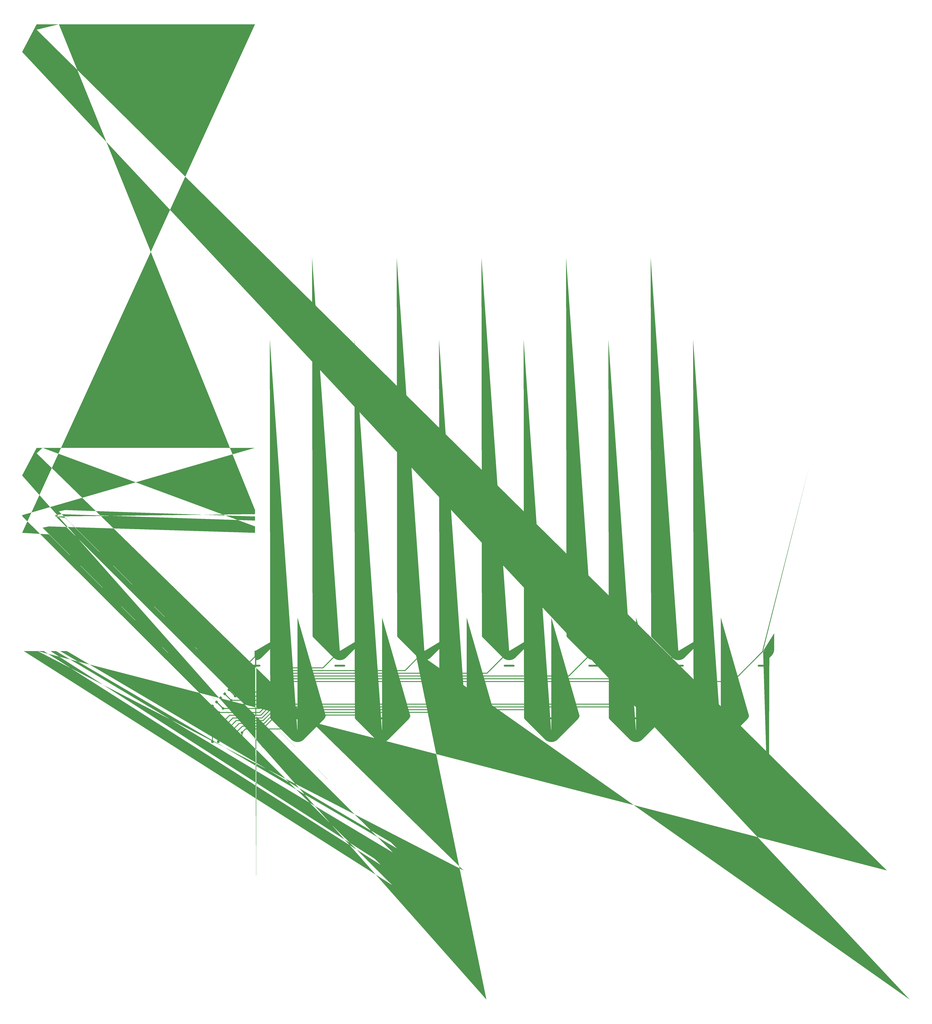
<source format=gtl>
G04 #@! TF.GenerationSoftware,KiCad,Pcbnew,7.0.7*
G04 #@! TF.CreationDate,2023-09-19T02:58:36+01:00*
G04 #@! TF.ProjectId,segment-stagx,7365676d-656e-4742-9d73-746167782e6b,rev?*
G04 #@! TF.SameCoordinates,Original*
G04 #@! TF.FileFunction,Copper,L1,Top*
G04 #@! TF.FilePolarity,Positive*
%FSLAX46Y46*%
G04 Gerber Fmt 4.6, Leading zero omitted, Abs format (unit mm)*
G04 Created by KiCad (PCBNEW 7.0.7) date 2023-09-19 02:58:36*
%MOMM*%
%LPD*%
G01*
G04 APERTURE LIST*
G04 Aperture macros list*
%AMRoundRect*
0 Rectangle with rounded corners*
0 $1 Rounding radius*
0 $2 $3 $4 $5 $6 $7 $8 $9 X,Y pos of 4 corners*
0 Add a 4 corners polygon primitive as box body*
4,1,4,$2,$3,$4,$5,$6,$7,$8,$9,$2,$3,0*
0 Add four circle primitives for the rounded corners*
1,1,$1+$1,$2,$3*
1,1,$1+$1,$4,$5*
1,1,$1+$1,$6,$7*
1,1,$1+$1,$8,$9*
0 Add four rect primitives between the rounded corners*
20,1,$1+$1,$2,$3,$4,$5,0*
20,1,$1+$1,$4,$5,$6,$7,0*
20,1,$1+$1,$6,$7,$8,$9,0*
20,1,$1+$1,$8,$9,$2,$3,0*%
%AMFreePoly0*
4,1,55,15.560341,9.376199,15.413388,8.939055,15.226804,8.517302,15.002173,8.114523,14.741404,7.734141,14.446715,7.379391,14.285534,7.214466,3.535534,-3.535534,3.379560,-3.688143,3.148643,-3.881903,3.117449,-3.909157,3.107871,-3.916115,3.045257,-3.968656,2.777643,-4.156040,2.754485,-4.172866,2.748546,-4.176414,2.687778,-4.218966,2.377496,-4.398106,2.369343,-4.402978,2.367631,-4.403802,
2.309843,-4.437167,1.914329,-4.621598,1.504245,-4.770856,1.082714,-4.883805,0.652942,-4.959585,0.218201,-4.997620,-0.218201,-4.997620,-0.652942,-4.959585,-1.082714,-4.883805,-1.504245,-4.770856,-1.914329,-4.621598,-2.309843,-4.437167,-2.367631,-4.403802,-2.369343,-4.402978,-2.377496,-4.398106,-2.687778,-4.218966,-2.748546,-4.176414,-2.754485,-4.172866,-2.777643,-4.156040,-3.045257,-3.968656,
-3.107871,-3.916115,-3.117449,-3.909157,-3.148643,-3.881903,-3.379560,-3.688143,-3.535534,-3.535534,-14.285534,7.214466,-14.446715,7.379391,-14.741404,7.734142,-15.002172,8.114523,-15.226803,8.517302,-15.413388,8.939055,-15.560340,9.376199,-15.615953,9.600000,15.615953,9.600000,15.560341,9.376199,15.560341,9.376199,$1*%
%AMFreePoly1*
4,1,129,6.015063,9.695106,6.030902,9.695106,6.043715,9.685796,6.058779,9.680902,6.068088,9.668088,6.080902,9.658779,6.085796,9.643715,6.095106,9.630902,6.095106,9.615062,6.100000,9.600000,6.100000,1.000000,6.099823,0.999455,6.099994,0.998909,6.097614,0.780708,6.096346,0.776948,6.097239,0.773084,6.059204,0.338342,6.057435,0.334176,6.058066,0.329693,5.982286,-0.100079,
5.980161,-0.104075,5.980398,-0.108596,5.867449,-0.530127,5.864983,-0.533924,5.864825,-0.538447,5.715567,-0.948531,5.712780,-0.952097,5.712229,-0.956591,5.527798,-1.352105,5.524711,-1.355415,5.523770,-1.359843,5.305569,-1.737778,5.302204,-1.740807,5.300881,-1.745135,5.050571,-2.102615,5.046955,-2.105339,5.045260,-2.109536,4.764748,-2.443839,4.761382,-2.445942,4.759620,-2.449496,
4.607012,-2.605469,4.606504,-2.605734,4.606245,-2.606244,3.606245,-3.606245,3.605734,-3.606505,3.605469,-3.607012,3.449495,-3.759621,3.445941,-3.761382,3.443839,-3.764748,3.109536,-4.045261,3.105338,-4.046956,3.102615,-4.050571,2.745136,-4.300881,2.740806,-4.302204,2.737778,-4.305568,2.359843,-4.523770,2.355413,-4.524711,2.352104,-4.527798,1.956591,-4.712229,1.952097,-4.712780,
1.948531,-4.715567,1.538447,-4.864825,1.533924,-4.864983,1.530127,-4.867449,1.108596,-4.980398,1.104075,-4.980161,1.100079,-4.982286,0.670307,-5.058066,0.665823,-5.057435,0.661658,-5.059204,0.226917,-5.097239,0.222506,-5.096220,0.218201,-5.097620,-0.218201,-5.097620,-0.222506,-5.096221,-0.226916,-5.097239,-0.661658,-5.059204,-0.665823,-5.057435,-0.670307,-5.058066,-1.100079,-4.982286,
-1.104075,-4.980161,-1.108596,-4.980398,-1.530127,-4.867449,-1.533924,-4.864983,-1.538447,-4.864825,-1.948531,-4.715567,-1.952097,-4.712780,-1.956591,-4.712229,-2.352105,-4.527798,-2.355415,-4.524711,-2.359843,-4.523770,-2.737778,-4.305569,-2.740807,-4.302204,-2.745135,-4.300881,-3.102615,-4.050571,-3.105339,-4.046955,-3.109536,-4.045260,-3.443839,-3.764748,-3.445942,-3.761382,-3.449496,-3.759620,
-3.605469,-3.607012,-3.605734,-3.606504,-3.606244,-3.606245,-16.106245,8.893755,-16.106490,8.894237,-16.106970,8.894488,-16.252790,9.043345,-16.254478,9.046744,-16.257705,9.048743,-16.526831,9.366925,-16.528267,9.370439,-16.531340,9.372669,-16.653942,9.541164,-16.658857,9.556255,-16.668188,9.569098,-16.668188,9.584903,-16.673082,9.599929,-16.668188,9.615028,-16.668188,9.630902,-16.658898,9.643687,
-16.654026,9.658721,-16.641191,9.668059,-16.631861,9.680902,-16.616829,9.685785,-16.604051,9.695084,-16.588177,9.695095,-16.573082,9.700000,6.000000,9.700000,6.015063,9.695106,6.015063,9.695106,$1*%
%AMFreePoly2*
4,1,129,16.588176,9.695095,16.604052,9.695084,16.616831,9.685785,16.631861,9.680902,16.641191,9.668060,16.654026,9.658721,16.658899,9.643687,16.668188,9.630902,16.668188,9.615030,16.673083,9.599929,16.668188,9.584900,16.668188,9.569098,16.658857,9.556256,16.653942,9.541164,16.531338,9.372669,16.528265,9.370440,16.526830,9.366927,16.257704,9.048744,16.254477,9.046745,16.252789,9.043346,
16.106970,8.894488,16.106490,8.894237,16.106245,8.893756,3.606245,-3.606245,3.605734,-3.606505,3.605469,-3.607012,3.449495,-3.759621,3.445941,-3.761382,3.443839,-3.764748,3.109536,-4.045261,3.105338,-4.046956,3.102615,-4.050571,2.745136,-4.300881,2.740806,-4.302204,2.737778,-4.305568,2.359843,-4.523770,2.355413,-4.524711,2.352104,-4.527798,1.956591,-4.712229,1.952097,-4.712780,
1.948531,-4.715567,1.538447,-4.864825,1.533924,-4.864983,1.530127,-4.867449,1.108596,-4.980398,1.104075,-4.980161,1.100079,-4.982286,0.670307,-5.058066,0.665823,-5.057435,0.661658,-5.059204,0.226917,-5.097239,0.222506,-5.096220,0.218201,-5.097620,-0.218201,-5.097620,-0.222506,-5.096221,-0.226916,-5.097239,-0.661658,-5.059204,-0.665823,-5.057435,-0.670307,-5.058066,-1.100079,-4.982286,
-1.104075,-4.980161,-1.108596,-4.980398,-1.530127,-4.867449,-1.533924,-4.864983,-1.538447,-4.864825,-1.948531,-4.715567,-1.952097,-4.712780,-1.956591,-4.712229,-2.352105,-4.527798,-2.355415,-4.524711,-2.359843,-4.523770,-2.737778,-4.305569,-2.740807,-4.302204,-2.745135,-4.300881,-3.102615,-4.050571,-3.105339,-4.046955,-3.109536,-4.045260,-3.443839,-3.764748,-3.445942,-3.761382,-3.449496,-3.759620,
-3.605469,-3.607012,-3.605734,-3.606504,-3.606244,-3.606245,-4.606245,-2.606245,-4.606497,-2.605749,-4.606990,-2.605492,-4.759649,-2.449564,-4.761420,-2.445995,-4.764797,-2.443885,-5.045315,-2.109577,-5.047011,-2.105378,-5.050625,-2.102655,-5.300938,-1.745172,-5.302261,-1.740842,-5.305625,-1.737814,-5.523830,-1.359874,-5.524771,-1.355446,-5.527858,-1.352136,-5.712292,-0.956617,-5.712843,-0.952123,
-5.715630,-0.948557,-5.864890,-0.538468,-5.865048,-0.533945,-5.867514,-0.530148,-5.980465,-0.108610,-5.980228,-0.104089,-5.982353,-0.100093,-6.058134,0.329684,-6.057503,0.334167,-6.059272,0.338333,-6.097307,0.773081,-6.096411,0.776961,-6.097682,0.780737,-6.099994,0.998941,-6.099828,0.999470,-6.100000,1.000000,-6.100000,9.600000,-6.095106,9.615062,-6.095106,9.630902,-6.085796,9.643715,
-6.080902,9.658779,-6.068088,9.668088,-6.058779,9.680902,-6.043715,9.685796,-6.030902,9.695106,-6.015063,9.695106,-6.000000,9.700000,16.573082,9.700000,16.588176,9.695095,16.588176,9.695095,$1*%
G04 Aperture macros list end*
G04 #@! TA.AperFunction,WasherPad*
%ADD10RoundRect,0.500000X2.500000X0.000000X-2.500000X0.000000X-2.500000X0.000000X2.500000X0.000000X0*%
G04 #@! TD*
G04 #@! TA.AperFunction,ComponentPad*
%ADD11FreePoly0,180.000000*%
G04 #@! TD*
G04 #@! TA.AperFunction,WasherPad*
%ADD12RoundRect,0.500000X-2.500000X0.000000X2.500000X0.000000X2.500000X0.000000X-2.500000X0.000000X0*%
G04 #@! TD*
G04 #@! TA.AperFunction,ComponentPad*
%ADD13FreePoly1,0.000000*%
G04 #@! TD*
G04 #@! TA.AperFunction,ComponentPad*
%ADD14RoundRect,0.350000X-0.494975X0.000000X0.000000X-0.494975X0.494975X0.000000X0.000000X0.494975X0*%
G04 #@! TD*
G04 #@! TA.AperFunction,ComponentPad*
%ADD15C,1.400000*%
G04 #@! TD*
G04 #@! TA.AperFunction,ComponentPad*
%ADD16RoundRect,0.350000X0.350000X-0.350000X0.350000X0.350000X-0.350000X0.350000X-0.350000X-0.350000X0*%
G04 #@! TD*
G04 #@! TA.AperFunction,ComponentPad*
%ADD17FreePoly0,0.000000*%
G04 #@! TD*
G04 #@! TA.AperFunction,ComponentPad*
%ADD18FreePoly2,0.000000*%
G04 #@! TD*
G04 #@! TA.AperFunction,Conductor*
%ADD19C,0.500000*%
G04 #@! TD*
G04 APERTURE END LIST*
D10*
X251500000Y-120200000D03*
D11*
X251500000Y-128200000D03*
D10*
X298200000Y-120200000D03*
D11*
X298200000Y-128200000D03*
D12*
X368100000Y-91200000D03*
D13*
X368100000Y-83200000D03*
D14*
X71782233Y-106682233D03*
D15*
X75317767Y-110217767D03*
D14*
X74032233Y-104432233D03*
D15*
X77567767Y-107967767D03*
D10*
X344800000Y-120200000D03*
D11*
X344800000Y-128200000D03*
D14*
X65032233Y-113432233D03*
D15*
X68567767Y-116967767D03*
D10*
X111800000Y-120200000D03*
D11*
X111800000Y-128200000D03*
D15*
X74750000Y-128000000D03*
D16*
X74750000Y-133000000D03*
D12*
X181700000Y-91200000D03*
D17*
X181700000Y-83200000D03*
D14*
X78532233Y-99932233D03*
D15*
X82067767Y-103467767D03*
D10*
X205000000Y-120200000D03*
D11*
X205000000Y-128200000D03*
D12*
X135100000Y-91200000D03*
D17*
X135100000Y-83200000D03*
D10*
X158400000Y-120200000D03*
D11*
X158400000Y-128200000D03*
D12*
X88500000Y-91200000D03*
D18*
X88500000Y-83200000D03*
D12*
X321500000Y-91200000D03*
D17*
X321500000Y-83200000D03*
D15*
X81250000Y-128000000D03*
D16*
X81250000Y-133000000D03*
D15*
X78000000Y-128000000D03*
D16*
X78000000Y-133000000D03*
D15*
X65000000Y-128000000D03*
D16*
X65000000Y-133000000D03*
D14*
X76282233Y-102182233D03*
D15*
X79817767Y-105717767D03*
D14*
X67282233Y-111182233D03*
D15*
X70817767Y-114717767D03*
D12*
X274900000Y-91200000D03*
D17*
X274900000Y-83200000D03*
D15*
X68250000Y-128000000D03*
D16*
X68250000Y-133000000D03*
D14*
X69532233Y-108932233D03*
D15*
X73067767Y-112467767D03*
D12*
X228300000Y-91200000D03*
D17*
X228300000Y-83200000D03*
D15*
X71500000Y-128000000D03*
D16*
X71500000Y-133000000D03*
D19*
X111800000Y-128200000D02*
X109600000Y-126000000D01*
X109600000Y-126000000D02*
X83250000Y-126000000D01*
X83250000Y-126000000D02*
X81250000Y-128000000D01*
X68567767Y-116967767D02*
X91038833Y-116967767D01*
X91038833Y-116967767D02*
X108106600Y-99900000D01*
X108106600Y-99900000D02*
X351400000Y-99900000D01*
X351400000Y-99900000D02*
X368100000Y-83200000D01*
X91167513Y-114717767D02*
X70817767Y-114717767D01*
X321500000Y-83200000D02*
X306300000Y-98400000D01*
X306300000Y-98400000D02*
X107485280Y-98400000D01*
X107485280Y-98400000D02*
X91167513Y-114717767D01*
X73067767Y-112467767D02*
X91296193Y-112467767D01*
X106863960Y-96900000D02*
X261200000Y-96900000D01*
X91296193Y-112467767D02*
X106863960Y-96900000D01*
X261200000Y-96900000D02*
X274900000Y-83200000D01*
X106242640Y-95400000D02*
X91424873Y-110217767D01*
X91424873Y-110217767D02*
X75317767Y-110217767D01*
X216100000Y-95400000D02*
X106242640Y-95400000D01*
X228300000Y-83200000D02*
X216100000Y-95400000D01*
X77567767Y-107967767D02*
X91553553Y-107967767D01*
X105621320Y-93900000D02*
X171000000Y-93900000D01*
X91553553Y-107967767D02*
X105621320Y-93900000D01*
X171000000Y-93900000D02*
X181700000Y-83200000D01*
X125900000Y-92400000D02*
X105000000Y-92400000D01*
X135100000Y-83200000D02*
X125900000Y-92400000D01*
X105000000Y-92400000D02*
X91682233Y-105717767D01*
X91682233Y-105717767D02*
X79817767Y-105717767D01*
X78032233Y-121467767D02*
X92902793Y-121467767D01*
X100213200Y-118400000D02*
X148600000Y-118400000D01*
X71500000Y-128000000D02*
X78032233Y-121467767D01*
X92902793Y-121467767D02*
X98970560Y-115400000D01*
X205000000Y-128200000D02*
X193700000Y-116900000D01*
X99591880Y-116900000D02*
X93524113Y-122967767D01*
X238700000Y-115400000D02*
X251500000Y-128200000D01*
X93524113Y-122967767D02*
X79782233Y-122967767D01*
X79782233Y-122967767D02*
X74750000Y-128000000D01*
X78000000Y-128000000D02*
X81532233Y-124467767D01*
X94145433Y-124467767D02*
X100213200Y-118400000D01*
X76282233Y-119967767D02*
X92281473Y-119967767D01*
X148600000Y-118400000D02*
X158400000Y-128200000D01*
X283900000Y-113900000D02*
X298200000Y-128200000D01*
X193700000Y-116900000D02*
X99591880Y-116900000D01*
X68250000Y-128000000D02*
X76282233Y-119967767D01*
X98970560Y-115400000D02*
X238700000Y-115400000D01*
X98349240Y-113900000D02*
X283900000Y-113900000D01*
X92281473Y-119967767D02*
X98349240Y-113900000D01*
X81532233Y-124467767D02*
X94145433Y-124467767D01*
X65000000Y-128000000D02*
X74532233Y-118467767D01*
X74532233Y-118467767D02*
X91660153Y-118467767D01*
X91660153Y-118467767D02*
X97727920Y-112400000D01*
X329000000Y-112400000D02*
X344800000Y-128200000D01*
X97727920Y-112400000D02*
X329000000Y-112400000D01*
X81250000Y-133000000D02*
X81250000Y-128000000D01*
X78000000Y-133000000D02*
X78000000Y-128000000D01*
X74750000Y-128000000D02*
X74750000Y-133000000D01*
X71500000Y-133000000D02*
X71500000Y-128000000D01*
X68250000Y-128000000D02*
X68250000Y-133000000D01*
X65000000Y-133000000D02*
X65000000Y-128000000D01*
X65032233Y-113432233D02*
X68567767Y-116967767D01*
X70817767Y-114717767D02*
X67282233Y-111182233D01*
X69532233Y-108932233D02*
X73067767Y-112467767D01*
X75317767Y-110217767D02*
X71782233Y-106682233D01*
X74032233Y-104432233D02*
X77567767Y-107967767D01*
X79817767Y-105717767D02*
X76282233Y-102182233D01*
X82067767Y-103467767D02*
X78532233Y-99932233D01*
X88500000Y-83200000D02*
X88500000Y-86225126D01*
X88500000Y-86225126D02*
X82067767Y-92657359D01*
X82067767Y-92657359D02*
X82067767Y-103467767D01*
M02*

</source>
